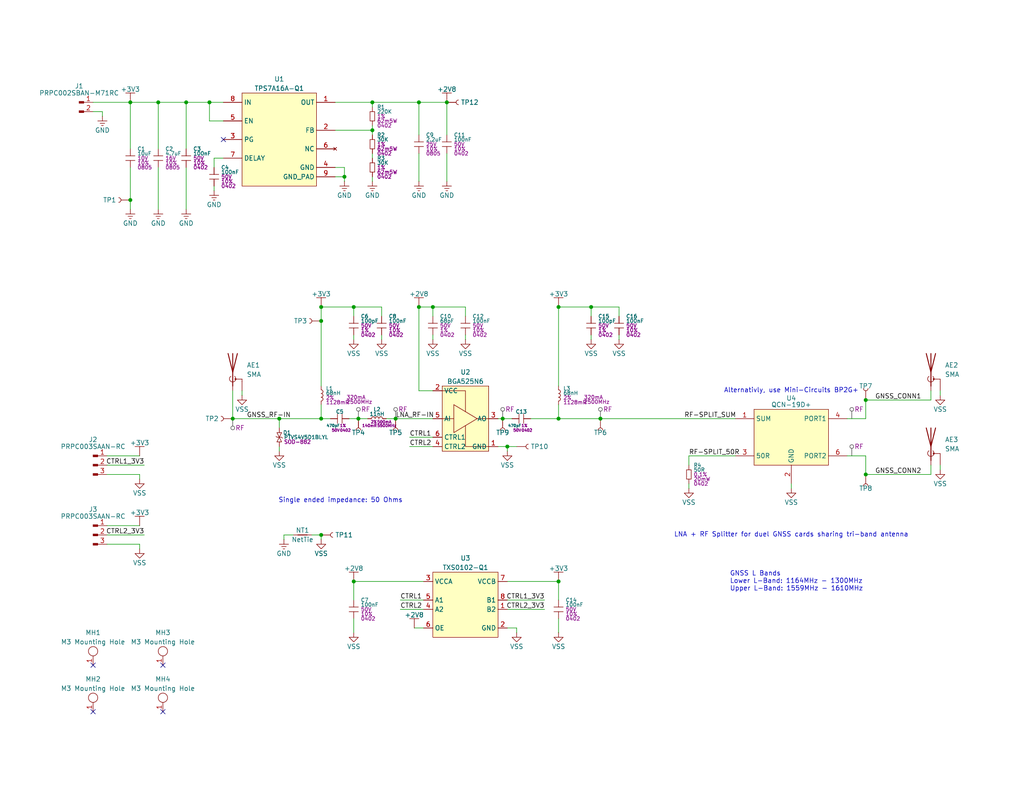
<source format=kicad_sch>
(kicad_sch (version 20250114) (generator "eeschema") (generator_version "9.0")
  (paper "USLetter")
  (title_block (title "GNSS RF LNA & Splitter") (date "2025-04-15") (rev "01") (comment 2 "PROTOTYPE") (comment 3 "2025"))
  (text "Alternativly, use Mini-Circuits BP2G+" (at 215.9 106.68 0) (effects (font (size 1.27 1.27))))
  (text "LNA + RF Splitter for duel GNSS cards sharing tri-band antenna" (at 215.9 146.05 0) (effects (font (size 1.27 1.27))))
  (text "Single ended impedance: 50 Ohms" (at 75.946 137.414 0) (effects (font (size 1.27 1.27)) (justify left bottom)))
  (text "GNSS L Bands\nLower L-Band: 1164MHz - 1300MHz\nUpper L-Band: 1559MHz - 1610MHz\n" (at 199.136 155.956 0) (effects (font (size 1.27 1.27)) (justify left top)))
  (junction (at 87.63 114.3))
  (junction (at 152.4 83.82))
  (junction (at 63.5 114.3))
  (junction (at 114.3 83.82))
  (junction (at 87.63 87.63))
  (junction (at 101.6 27.94))
  (junction (at 114.3 27.94))
  (junction (at 57.15 27.94))
  (junction (at 93.98 48.26))
  (junction (at 43.18 27.94))
  (junction (at 96.52 83.82))
  (junction (at 76.2 114.3))
  (junction (at 35.56 54.61))
  (junction (at 50.8 27.94))
  (junction (at 97.79 114.3))
  (junction (at 35.56 27.94))
  (junction (at 87.63 146.05))
  (junction (at 101.6 35.56))
  (junction (at 152.4 114.3))
  (junction (at 236.22 109.22))
  (junction (at 163.83 114.3))
  (junction (at 161.29 83.82))
  (junction (at 87.63 83.82))
  (junction (at 152.4 158.75))
  (junction (at 138.43 121.92))
  (junction (at 118.11 83.82))
  (junction (at 236.22 129.54))
  (junction (at 96.52 158.75))
  (junction (at 137.16 114.3))
  (junction (at 107.95 114.3))
  (junction (at 121.92 27.94))
  (no_connect (at 25.4 194.31))
  (no_connect (at 44.45 181.61))
  (no_connect (at 60.96 38.1))
  (no_connect (at 44.45 194.31))
  (no_connect (at 25.4 181.61))
  (wire (pts (xy 87.63 87.63) (xy 87.63 105.41)))
  (wire (pts (xy 163.83 114.3) (xy 200.66 114.3)))
  (wire (pts (xy 236.22 129.54) (xy 254 129.54)))
  (wire (pts (xy 29.21 129.54) (xy 38.1 129.54)))
  (wire (pts (xy 76.2 114.3) (xy 76.2 116.84)))
  (wire (pts (xy 187.96 132.08) (xy 187.96 133.35)))
  (wire (pts (xy 101.6 34.29) (xy 101.6 35.56)))
  (wire (pts (xy 187.96 124.46) (xy 200.66 124.46)))
  (wire (pts (xy 93.98 45.72) (xy 93.98 48.26)))
  (wire (pts (xy 96.52 168.91) (xy 96.52 172.72)))
  (wire (pts (xy 76.2 121.92) (xy 76.2 123.19)))
  (wire (pts (xy 138.43 158.75) (xy 152.4 158.75)))
  (wire (pts (xy 152.4 83.82) (xy 152.4 105.41)))
  (wire (pts (xy 168.91 83.82) (xy 168.91 86.36)))
  (wire (pts (xy 101.6 49.53) (xy 101.6 48.26)))
  (wire (pts (xy 50.8 40.64) (xy 50.8 27.94)))
  (wire (pts (xy 66.04 106.68) (xy 66.04 107.95)))
  (wire (pts (xy 254 109.22) (xy 236.22 109.22)))
  (wire (pts (xy 25.4 27.94) (xy 35.56 27.94)))
  (wire (pts (xy 91.44 45.72) (xy 93.98 45.72)))
  (wire (pts (xy 137.16 114.3) (xy 139.7 114.3)))
  (wire (pts (xy 57.15 27.94) (xy 60.96 27.94)))
  (wire (pts (xy 138.43 163.83) (xy 148.59 163.83)))
  (wire (pts (xy 96.52 91.44) (xy 96.52 92.71)))
  (wire (pts (xy 152.4 83.82) (xy 161.29 83.82)))
  (wire (pts (xy 144.78 114.3) (xy 152.4 114.3)))
  (wire (pts (xy 215.9 132.08) (xy 215.9 133.35)))
  (wire (pts (xy 29.21 143.51) (xy 38.1 143.51)))
  (wire (pts (xy 29.21 148.59) (xy 38.1 148.59)))
  (wire (pts (xy 77.47 146.05) (xy 80.01 146.05)))
  (wire (pts (xy 111.76 119.38) (xy 118.11 119.38)))
  (wire (pts (xy 161.29 83.82) (xy 161.29 86.36)))
  (wire (pts (xy 50.8 27.94) (xy 57.15 27.94)))
  (wire (pts (xy 254 127) (xy 254 129.54)))
  (wire (pts (xy 58.42 50.8) (xy 58.42 52.07)))
  (wire (pts (xy 113.03 171.45) (xy 115.57 171.45)))
  (wire (pts (xy 127 91.44) (xy 127 92.71)))
  (wire (pts (xy 114.3 41.91) (xy 114.3 49.53)))
  (wire (pts (xy 63.5 106.68) (xy 63.5 114.3)))
  (wire (pts (xy 114.3 27.94) (xy 121.92 27.94)))
  (wire (pts (xy 50.8 45.72) (xy 50.8 57.15)))
  (wire (pts (xy 29.21 146.05) (xy 39.37 146.05)))
  (wire (pts (xy 168.91 91.44) (xy 168.91 92.71)))
  (wire (pts (xy 77.47 147.32) (xy 77.47 146.05)))
  (wire (pts (xy 87.63 83.82) (xy 87.63 87.63)))
  (wire (pts (xy 111.76 121.92) (xy 118.11 121.92)))
  (wire (pts (xy 107.95 114.3) (xy 118.11 114.3)))
  (wire (pts (xy 76.2 114.3) (xy 87.63 114.3)))
  (wire (pts (xy 161.29 91.44) (xy 161.29 92.71)))
  (wire (pts (xy 50.8 27.94) (xy 43.18 27.94)))
  (wire (pts (xy 27.94 31.75) (xy 27.94 30.48)))
  (wire (pts (xy 231.14 114.3) (xy 236.22 114.3)))
  (wire (pts (xy 127 86.36) (xy 127 83.82)))
  (wire (pts (xy 60.96 33.02) (xy 57.15 33.02)))
  (wire (pts (xy 93.98 49.53) (xy 93.98 48.26)))
  (wire (pts (xy 118.11 83.82) (xy 127 83.82)))
  (wire (pts (xy 254 106.68) (xy 254 109.22)))
  (wire (pts (xy 101.6 36.83) (xy 101.6 35.56)))
  (wire (pts (xy 96.52 158.75) (xy 96.52 163.83)))
  (wire (pts (xy 43.18 27.94) (xy 43.18 40.64)))
  (wire (pts (xy 101.6 41.91) (xy 101.6 43.18)))
  (wire (pts (xy 63.5 114.3) (xy 76.2 114.3)))
  (wire (pts (xy 121.92 27.94) (xy 121.92 36.83)))
  (wire (pts (xy 152.4 168.91) (xy 152.4 172.72)))
  (wire (pts (xy 105.41 114.3) (xy 107.95 114.3)))
  (wire (pts (xy 35.56 45.72) (xy 35.56 54.61)))
  (wire (pts (xy 187.96 124.46) (xy 187.96 127)))
  (wire (pts (xy 57.15 33.02) (xy 57.15 27.94)))
  (wire (pts (xy 152.4 110.49) (xy 152.4 114.3)))
  (wire (pts (xy 95.25 114.3) (xy 97.79 114.3)))
  (wire (pts (xy 25.4 30.48) (xy 27.94 30.48)))
  (wire (pts (xy 256.54 106.68) (xy 256.54 107.95)))
  (wire (pts (xy 101.6 27.94) (xy 91.44 27.94)))
  (wire (pts (xy 121.92 41.91) (xy 121.92 49.53)))
  (wire (pts (xy 87.63 146.05) (xy 87.63 147.32)))
  (wire (pts (xy 135.89 114.3) (xy 137.16 114.3)))
  (wire (pts (xy 118.11 91.44) (xy 118.11 92.71)))
  (wire (pts (xy 85.09 146.05) (xy 87.63 146.05)))
  (wire (pts (xy 140.97 172.72) (xy 140.97 171.45)))
  (wire (pts (xy 96.52 83.82) (xy 96.52 86.36)))
  (wire (pts (xy 91.44 48.26) (xy 93.98 48.26)))
  (wire (pts (xy 91.44 35.56) (xy 101.6 35.56)))
  (wire (pts (xy 35.56 27.94) (xy 35.56 40.64)))
  (wire (pts (xy 114.3 27.94) (xy 114.3 36.83)))
  (wire (pts (xy 96.52 83.82) (xy 104.14 83.82)))
  (wire (pts (xy 114.3 83.82) (xy 114.3 106.68)))
  (wire (pts (xy 87.63 114.3) (xy 90.17 114.3)))
  (wire (pts (xy 138.43 171.45) (xy 140.97 171.45)))
  (wire (pts (xy 35.56 54.61) (xy 35.56 57.15)))
  (wire (pts (xy 38.1 130.81) (xy 38.1 129.54)))
  (wire (pts (xy 256.54 127) (xy 256.54 128.27)))
  (wire (pts (xy 29.21 127) (xy 39.37 127)))
  (wire (pts (xy 87.63 83.82) (xy 96.52 83.82)))
  (wire (pts (xy 140.97 121.92) (xy 138.43 121.92)))
  (wire (pts (xy 152.4 158.75) (xy 152.4 163.83)))
  (wire (pts (xy 101.6 27.94) (xy 114.3 27.94)))
  (wire (pts (xy 236.22 129.54) (xy 236.22 124.46)))
  (wire (pts (xy 118.11 83.82) (xy 118.11 86.36)))
  (wire (pts (xy 152.4 114.3) (xy 163.83 114.3)))
  (wire (pts (xy 38.1 149.86) (xy 38.1 148.59)))
  (wire (pts (xy 97.79 114.3) (xy 100.33 114.3)))
  (wire (pts (xy 109.22 163.83) (xy 115.57 163.83)))
  (wire (pts (xy 87.63 110.49) (xy 87.63 114.3)))
  (wire (pts (xy 236.22 124.46) (xy 231.14 124.46)))
  (wire (pts (xy 35.56 27.94) (xy 43.18 27.94)))
  (wire (pts (xy 109.22 166.37) (xy 115.57 166.37)))
  (wire (pts (xy 29.21 124.46) (xy 38.1 124.46)))
  (wire (pts (xy 104.14 91.44) (xy 104.14 92.71)))
  (wire (pts (xy 104.14 83.82) (xy 104.14 86.36)))
  (wire (pts (xy 138.43 166.37) (xy 148.59 166.37)))
  (wire (pts (xy 161.29 83.82) (xy 168.91 83.82)))
  (wire (pts (xy 58.42 43.18) (xy 60.96 43.18)))
  (wire (pts (xy 236.22 114.3) (xy 236.22 109.22)))
  (wire (pts (xy 43.18 45.72) (xy 43.18 57.15)))
  (wire (pts (xy 138.43 121.92) (xy 135.89 121.92)))
  (wire (pts (xy 114.3 83.82) (xy 118.11 83.82)))
  (wire (pts (xy 138.43 123.19) (xy 138.43 121.92)))
  (wire (pts (xy 114.3 106.68) (xy 118.11 106.68)))
  (wire (pts (xy 101.6 29.21) (xy 101.6 27.94)))
  (wire (pts (xy 96.52 158.75) (xy 115.57 158.75)))
  (wire (pts (xy 58.42 45.72) (xy 58.42 43.18)))
  (label "CTRL2" (at 111.76 121.92 0))
  (label "LNA_RF-IN" (at 107.95 114.3 0))
  (label "CTRL1_3V3" (at 39.37 127 180))
  (label "CTRL1" (at 111.76 119.38 0))
  (label "RF-SPLIT_SUM" (at 186.69 114.3 0))
  (label "GNSS_CONN2" (at 238.76 129.54 0))
  (label "CTRL2_3V3" (at 39.37 146.05 180))
  (label "GNSS_CONN1" (at 238.76 109.22 0))
  (label "GNSS_RF-IN" (at 67.31 114.3 0))
  (label "CTRL2" (at 109.22 166.37 0))
  (label "RF-SPLIT_50R" (at 187.96 124.46 0))
  (label "CTRL2_3V3" (at 148.59 166.37 180))
  (label "CTRL1_3V3" (at 148.59 163.83 180))
  (label "CTRL1" (at 109.22 163.83 0))
  (netclass_flag "" (length 2.54) (shape round) (at 97.79 114.3 0) (property "Netclass" "RF" (at 98.4885 111.76 0) (effects (justify left))))
  (netclass_flag "" (length 2.54) (shape round) (at 137.16 114.3 0) (property "Netclass" "RF" (at 137.8585 111.76 0) (effects (justify left))))
  (netclass_flag "" (length 2.54) (shape round) (at 107.95 114.3 0) (property "Netclass" "RF" (at 108.6485 111.76 0) (effects (justify left))))
  (netclass_flag "" (length 2.54) (shape round) (at 232.41 124.46 0) (property "Netclass" "RF" (at 233.1085 121.92 0) (effects (justify left))))
  (netclass_flag "" (length 2.54) (shape round) (at 163.83 114.3 0) (property "Netclass" "RF" (at 164.5285 111.76 0) (effects (justify left))))
  (netclass_flag "" (length 2.54) (shape round) (at 63.5 114.3 180) (property "Netclass" "RF" (at 64.1985 116.84 0) (effects (justify left))))
  (netclass_flag "" (length 2.54) (shape round) (at 232.41 114.3 0) (property "Netclass" "RF" (at 233.1085 111.76 0) (effects (justify left))))
  (symbol (lib_id "lib_sch:+3V3") (at 38.1 124.46 0) (unit 1)
    (property "Reference" "#PWR02" (effects (hide yes)))
    (property "Value" "+3V3" (at 38.1 120.904 0))
  )
  (symbol (lib_id "lib_sch:Testpoint") (at 33.02 54.61 0) (mirror x) (unit 1) (in_bom no)
    (property "Reference" "TP1" (at 31.75 54.61 0) (effects (justify right)))
    (property "Value" "RCWCTE" (effects (hide yes)))
    (property "Footprint" "lib_fp:TP_RCW" (effects (hide yes)))
    (property "Description" "PC TEST POINT" (effects (hide yes)))
    (property "Manufacturer" "KOA Speer Electronics, Inc." (effects (hide yes)))
    (property "MPN" "RCWCTE" (effects (hide yes)))
    (property "DKPN" "2019-RCWCTECT-ND" (effects (hide yes)))
  )
  (symbol (lib_id "lib_sch:C") (at 161.29 88.9 0) (unit 1)
    (property "Reference" "C15" (at 163.195 86.36 0) (effects (font (size 1.016 1.016)) (justify left)))
    (property "Value" "100pF" (at 163.195 87.63 0) (effects (font (size 1.016 1.016)) (justify left)))
    (property "Footprint" "lib_fp:GCM0402" (effects (hide yes)))
    (property "Datasheet" "datasheets/Murata-Electronics-GCM1555C1H101FA16.pdf" (effects (hide yes)))
    (property "Description" "CAP CER 100PF 50V C0G/NP0 0402" (effects (hide yes)))
    (property "Manufacturer" "Murata Electronics" (effects (hide yes)))
    (property "MPN" "GCM1555C1H101FA16D" (effects (hide yes)))
    (property "DKPN" "490-14349-1-ND" (effects (hide yes)))
    (property "Tolerance" "1%" (at 163.195 90.17 0) (effects (font (size 1.016 1.016)) (justify left)))
    (property "Voltage Rating" "50V" (at 163.195 88.9 0) (effects (font (size 1.016 1.016)) (justify left)))
    (property "Package" "0402" (at 163.195 91.44 0) (effects (font (size 1.016 1.016)) (justify left)))
  )
  (symbol (lib_id "lib_sch:C") (at 114.3 39.37 0) (unit 1)
    (property "Reference" "C9" (at 116.205 36.83 0) (effects (font (size 1.016 1.016)) (justify left)))
    (property "Value" "2.2uF" (at 116.205 38.1 0) (effects (font (size 1.016 1.016)) (justify left)))
    (property "Footprint" "lib_fp:GCM0805" (effects (hide yes)))
    (property "Datasheet" "datasheets/Murata-Electronics-GRT21BR71E225KE13.pdf" (effects (hide yes)))
    (property "Description" "CAP CER 2.2UF 25V X7R 0805" (effects (hide yes)))
    (property "Manufacturer" "Murata Electronics" (effects (hide yes)))
    (property "MPN" "GRT21BR71E225KE13L" (effects (hide yes)))
    (property "DKPN" "490-GRT21BR71E225KE13LCT-ND" (effects (hide yes)))
    (property "Tolerance" "10%" (at 116.205 40.64 0) (effects (font (size 1.016 1.016)) (justify left)))
    (property "Voltage Rating" "25V" (at 116.205 39.37 0) (effects (font (size 1.016 1.016)) (justify left)))
    (property "Package" "0805" (at 116.205 41.91 0) (effects (font (size 1.016 1.016)) (justify left)))
  )
  (symbol (lib_id "lib_sch:VSS") (at 76.2 123.19 0) (unit 1)
    (property "Reference" "#PWR012" (effects (hide yes)))
    (property "Value" "VSS" (at 76.2 127 0))
  )
  (symbol (lib_id "lib_sch:BGA525N6") (at 127 114.3 0) (unit 1)
    (property "Reference" "U2" (at 127 101.6 0))
    (property "Value" "BGA525N6" (at 127 104.14 0))
    (property "Footprint" "lib_fp:XDFN110X70X37-6" (effects (hide yes)))
    (property "Datasheet" "datasheets/Infineon-BGA525N6.pdf" (effects (hide yes)))
    (property "Description" "IC AMP GPS LNA FOR BAND L1/L5" (effects (hide yes)))
    (property "Manufacturer" "Infineon Technologies" (effects (hide yes)))
    (property "MPN" "BGA525N6E6327XTSA1" (effects (hide yes)))
    (property "DKPN" "448-BGA525N6E6327XTSA1CT-ND" (effects (hide yes)))
  )
  (symbol (lib_id "lib_sch:VSS") (at 256.54 128.27 0) (unit 1)
    (property "Reference" "#PWR039" (effects (hide yes)))
    (property "Value" "VSS" (at 256.54 132.08 0))
  )
  (symbol (lib_id "lib_sch:VSS") (at 187.96 133.35 0) (unit 1)
    (property "Reference" "#PWR036" (effects (hide yes)))
    (property "Value" "VSS" (at 187.96 137.16 0))
  )
  (symbol (lib_id "lib_sch:TPS7A16A-Q1") (at 76.2 38.1 0) (unit 1)
    (property "Reference" "U1" (at 76.2 21.59 0))
    (property "Value" "TPS7A16A-Q1" (at 76.2 24.13 0))
    (property "Footprint" "lib_fp:HVSSOP65P490X110-8" (effects (hide yes)))
    (property "Datasheet" "datasheets/Texas-Instruments-TPS7A16A-Q1.pdf" (effects (hide yes)))
    (property "Description" "60-V, 5-μA IQ, 100-mA, low-dropout voltage regulator with enable and power-good" (effects (hide yes)))
    (property "Manufacturer" "Texas Instruments" (effects (hide yes)))
    (property "MPN" "TPS7A1601AQDGNRQ1" (effects (hide yes)))
    (property "DKPN" "296-TPS7A1601AQDGNRQ1CT-ND" (effects (hide yes)))
  )
  (symbol (lib_id "lib_sch:Testpoint") (at 85.09 87.63 0) (unit 1) (in_bom no)
    (property "Reference" "TP3" (at 83.82 87.63 0) (effects (justify right)))
    (property "Footprint" "lib_fp:TP_2mm" (effects (hide yes)))
    (property "Manufacturer" "N/A" (effects (hide yes)))
    (property "MPN" "N/A" (effects (hide yes)))
    (property "DKPN" "N/A" (effects (hide yes)))
  )
  (symbol (lib_id "lib_sch:Conn_01x03_Pin") (at 25.4 146.05 0) (unit 1)
    (property "Reference" "J3" (at 25.4 139.065 0))
    (property "Value" "PRPC003SAAN-RC" (at 25.4 140.97 0))
    (property "Footprint" "DS-Rectangular-Connectors:conn_01x03_254" (effects (hide yes)))
    (property "Datasheet" "datasheets/Sullins-xRxCzzzSxxN-RC.pdf" (effects (hide yes)))
    (property "Description" "CONN HEADER VERT 3POS 2.54MM" (effects (hide yes)))
    (property "Manufacturer" "Sullins Connector Solutions" (effects (hide yes)))
    (property "MPN" "PRPC003SAAN-RC" (effects (hide yes)))
    (property "DKPN" "S1011EC-03-ND" (effects (hide yes)))
  )
  (symbol (lib_id "lib_sch:R") (at 187.96 129.54 0) (unit 1)
    (property "Reference" "R4" (at 189.23 127 0) (effects (font (size 1.016 1.016)) (justify left)))
    (property "Value" "50R" (at 189.23 128.27 0) (effects (font (size 1.016 1.016)) (justify left)))
    (property "Footprint" "lib_fp:CRCW0402" (effects (hide yes)))
    (property "Datasheet" "datasheets/Vishay-Dale-Thin-Film-FC.pdf" (effects (hide yes)))
    (property "Description" "RES SMD 50 OHM 0.1% 1/20W 0402" (effects (hide yes)))
    (property "Manufacturer" "Vishay Dale Thin Film" (effects (hide yes)))
    (property "MPN" "FC0402E50R0BST1" (effects (hide yes)))
    (property "DKPN" "FC0402-50BWCT-ND" (effects (hide yes)))
    (property "Tolerance" "0.1%" (at 189.23 129.54 0) (effects (font (size 1.016 1.016)) (justify left)))
    (property "Power Rating" "20mW" (at 189.23 130.81 0) (effects (font (size 1.016 1.016)) (justify left)))
    (property "Package" "0402" (at 189.23 132.08 0) (effects (font (size 1.016 1.016)) (justify left)))
  )
  (symbol (lib_id "lib_sch:Antenna_Shield") (at 63.5 101.6 0) (unit 1)
    (property "Reference" "AE1" (at 67.31 99.6949 0) (effects (justify left)))
    (property "Value" "SMA" (at 67.31 102.2349 0) (effects (justify left)))
    (property "Footprint" "lib_fp:0732511153" (effects (hide yes)))
    (property "Datasheet" "datasheets/TE-Connectivity-Linx-CONSMA002-G.pdf" (effects (hide yes)))
    (property "Description" "CONN SMA RCPT R/A 50 OHM PCB" (effects (hide yes)))
    (property "Manufacturer" "TE Connectivity Linx" (effects (hide yes)))
    (property "MPN" "CONSMA002-G" (effects (hide yes)))
    (property "DKPN" "CONSMA002-G-ND" (effects (hide yes)))
  )
  (symbol (lib_id "lib_sch:GND") (at 50.8 57.15 0) (unit 1)
    (property "Reference" "#PWR09" (effects (hide yes)))
    (property "Value" "GND" (at 50.8 60.96 0))
  )
  (symbol (lib_id "lib_sch:C") (at 50.8 43.18 0) (unit 1)
    (property "Reference" "C3" (at 52.705 40.64 0) (effects (font (size 1.016 1.016)) (justify left)))
    (property "Value" "100nF" (at 52.705 41.91 0) (effects (font (size 1.016 1.016)) (justify left)))
    (property "Footprint" "lib_fp:GCM0402" (effects (hide yes)))
    (property "Datasheet" "datasheets/Murata-Electronics-GRT155R71H104KE01.pdf" (effects (hide yes)))
    (property "Description" "CAP CER 0.1UF 50V X7R 0402" (effects (hide yes)))
    (property "Manufacturer" "Murata Electronics" (effects (hide yes)))
    (property "MPN" "GRT155R71H104KE01D" (effects (hide yes)))
    (property "DKPN" "490-GRT155R71H104KE01DCT-ND" (effects (hide yes)))
    (property "Tolerance" "10%" (at 52.705 44.45 0) (effects (font (size 1.016 1.016)) (justify left)))
    (property "Voltage Rating" "50V" (at 52.705 43.18 0) (effects (font (size 1.016 1.016)) (justify left)))
    (property "Package" "0402" (at 52.705 45.72 0) (effects (font (size 1.016 1.016)) (justify left)))
  )
  (symbol (lib_id "lib_sch:L") (at 152.4 107.95 0) (unit 1)
    (property "Reference" "L3" (at 153.67 106.045 0) (effects (font (size 1.016 1.016)) (justify left)))
    (property "Value" "68nH" (at 153.67 107.315 0) (effects (font (size 1.016 1.016)) (justify left)))
    (property "Footprint" "lib_fp:L_0402" (effects (hide yes)))
    (property "Datasheet" "datasheets/Murata-Electronics-JELF243A-9138.pdf" (effects (hide yes)))
    (property "Description" "FIXED IND 68NH 320MA 1.128OHM SM" (effects (hide yes)))
    (property "Manufacturer" "Murata Electronics" (effects (hide yes)))
    (property "MPN" "LQW15AN68NG8ZD" (effects (hide yes)))
    (property "DKPN" "490-15537-1-ND" (effects (hide yes)))
    (property "Tolerance" "2%" (at 153.67 108.585 0) (effects (font (size 1.016 1.016)) (justify left)))
    (property "Current Rating" "320mA" (at 159.258 108.458 0) (effects (font (size 1.016 1.016)) (justify left)))
    (property "DC Resistance" "1128mR" (at 153.67 109.855 0) (effects (font (size 1.016 1.016)) (justify left)))
    (property "Resonant Frequency" "2500MHz" (at 159.258 109.728 0) (effects (font (size 1.016 1.016)) (justify left)))
  )
  (symbol (lib_id "lib_sch:Testpoint") (at 107.95 116.84 90) (unit 1) (in_bom no)
    (property "Reference" "TP5" (at 107.95 118.11 90))
    (property "Footprint" "lib_fp:TP_2mm" (effects (hide yes)))
    (property "Manufacturer" "N/A" (effects (hide yes)))
    (property "MPN" "N/A" (effects (hide yes)))
    (property "DKPN" "N/A" (effects (hide yes)))
  )
  (symbol (lib_id "lib_sch:+3V3") (at 87.63 83.82 0) (unit 1)
    (property "Reference" "#PWR014" (effects (hide yes)))
    (property "Value" "+3V3" (at 87.63 80.264 0))
  )
  (symbol (lib_id "lib_sch:GND") (at 35.56 57.15 0) (unit 1)
    (property "Reference" "#PWR07" (effects (hide yes)))
    (property "Value" "GND" (at 35.56 60.96 0))
  )
  (symbol (lib_id "lib_sch:GND") (at 93.98 49.53 0) (unit 1)
    (property "Reference" "#PWR016" (effects (hide yes)))
    (property "Value" "GND" (at 93.98 53.34 0))
  )
  (symbol (lib_id "lib_sch:+3V3") (at 152.4 83.82 0) (unit 1)
    (property "Reference" "#PWR031" (effects (hide yes)))
    (property "Value" "+3V3" (at 152.4 80.264 0))
  )
  (symbol (lib_id "lib_sch:C") (at 58.42 48.26 0) (unit 1)
    (property "Reference" "C4" (at 60.325 45.72 0) (effects (font (size 1.016 1.016)) (justify left)))
    (property "Value" "100nF" (at 60.325 46.99 0) (effects (font (size 1.016 1.016)) (justify left)))
    (property "Footprint" "lib_fp:GCM0402" (effects (hide yes)))
    (property "Datasheet" "datasheets/Murata-Electronics-GRT155R71H104KE01.pdf" (effects (hide yes)))
    (property "Description" "CAP CER 0.1UF 50V X7R 0402" (effects (hide yes)))
    (property "Manufacturer" "Murata Electronics" (effects (hide yes)))
    (property "MPN" "GRT155R71H104KE01D" (effects (hide yes)))
    (property "DKPN" "490-GRT155R71H104KE01DCT-ND" (effects (hide yes)))
    (property "Tolerance" "10%" (at 60.325 49.53 0) (effects (font (size 1.016 1.016)) (justify left)))
    (property "Voltage Rating" "50V" (at 60.325 48.26 0) (effects (font (size 1.016 1.016)) (justify left)))
    (property "Package" "0402" (at 60.325 50.8 0) (effects (font (size 1.016 1.016)) (justify left)))
  )
  (symbol (lib_id "lib_sch:C") (at 43.18 43.18 0) (unit 1)
    (property "Reference" "C2" (at 45.085 40.64 0) (effects (font (size 1.016 1.016)) (justify left)))
    (property "Value" "4.7uF" (at 45.085 41.91 0) (effects (font (size 1.016 1.016)) (justify left)))
    (property "Footprint" "lib_fp:GCM0805" (effects (hide yes)))
    (property "Datasheet" "datasheets/Murata-Electronics-GRT21BR71C475KE13.pdf" (effects (hide yes)))
    (property "Description" "CAP CER 4.7UF 16V X7R 0805" (effects (hide yes)))
    (property "Manufacturer" "Murata Electronics" (effects (hide yes)))
    (property "MPN" "GRT21BR71C475KE13L" (effects (hide yes)))
    (property "DKPN" "490-GRT21BR71C475KE13LCT-ND" (effects (hide yes)))
    (property "Tolerance" "10%" (at 45.085 44.45 0) (effects (font (size 1.016 1.016)) (justify left)))
    (property "Voltage Rating" "16V" (at 45.085 43.18 0) (effects (font (size 1.016 1.016)) (justify left)))
    (property "Package" "0805" (at 45.085 45.72 0) (effects (font (size 1.016 1.016)) (justify left)))
  )
  (symbol (lib_id "lib_sch:C") (at 127 88.9 0) (unit 1)
    (property "Reference" "C12" (at 128.905 86.36 0) (effects (font (size 1.016 1.016)) (justify left)))
    (property "Value" "100nF" (at 128.905 87.63 0) (effects (font (size 1.016 1.016)) (justify left)))
    (property "Footprint" "lib_fp:GCM0402" (effects (hide yes)))
    (property "Datasheet" "datasheets/Murata-Electronics-GRT155R71H104KE01.pdf" (effects (hide yes)))
    (property "Description" "CAP CER 0.1UF 50V X7R 0402" (effects (hide yes)))
    (property "Manufacturer" "Murata Electronics" (effects (hide yes)))
    (property "MPN" "GRT155R71H104KE01D" (effects (hide yes)))
    (property "DKPN" "490-GRT155R71H104KE01DCT-ND" (effects (hide yes)))
    (property "Tolerance" "10%" (at 128.905 90.17 0) (effects (font (size 1.016 1.016)) (justify left)))
    (property "Voltage Rating" "50V" (at 128.905 88.9 0) (effects (font (size 1.016 1.016)) (justify left)))
    (property "Package" "0402" (at 128.905 91.44 0) (effects (font (size 1.016 1.016)) (justify left)))
  )
  (symbol (lib_id "lib_sch:VSS") (at 140.97 172.72 0) (unit 1)
    (property "Reference" "#PWR030" (effects (hide yes)))
    (property "Value" "VSS" (at 140.97 176.53 0))
  )
  (symbol (lib_id "lib_sch:+3V3") (at 35.56 27.94 0) (unit 1)
    (property "Reference" "#PWR06" (effects (hide yes)))
    (property "Value" "+3V3" (at 35.56 24.384 0))
  )
  (symbol (lib_id "lib_sch:VSS") (at 138.43 123.19 0) (unit 1)
    (property "Reference" "#PWR029" (effects (hide yes)))
    (property "Value" "VSS" (at 138.43 127 0))
  )
  (symbol (lib_id "lib_sch:VSS") (at 96.52 92.71 0) (unit 1)
    (property "Reference" "#PWR017" (effects (hide yes)))
    (property "Value" "VSS" (at 96.52 96.52 0))
  )
  (symbol (lib_id "lib_sch:Testpoint") (at 124.46 27.94 0) (mirror y) (unit 1) (in_bom no)
    (property "Reference" "TP12" (at 125.73 27.94 0) (effects (justify right)))
    (property "Footprint" "lib_fp:TP_2mm" (effects (hide yes)))
    (property "Manufacturer" "N/A" (effects (hide yes)))
    (property "MPN" "N/A" (effects (hide yes)))
    (property "DKPN" "N/A" (effects (hide yes)))
  )
  (symbol (lib_id "lib_sch:Conn_01x02_Pin") (at 21.59 29.21 0) (unit 1)
    (property "Reference" "J1" (at 21.59 23.495 0))
    (property "Value" "PRPC002SBAN-M71RC" (at 21.59 25.4 0))
    (property "Footprint" "DS-Rectangular-Connectors:conn_01x02_254_right_angle" (effects (hide yes)))
    (property "Datasheet" "datasheets/Sullins-xRxCzzzSxxN-M71RC.pdf" (effects (hide yes)))
    (property "Description" "CONN HEADER R/A 2POS 2.54MM" (effects (hide yes)))
    (property "Manufacturer" "Sullins Connector Solutions" (effects (hide yes)))
    (property "MPN" "PRPC002SBAN-M71RC" (effects (hide yes)))
    (property "DKPN" "S1111EC-02-ND" (effects (hide yes)))
  )
  (symbol (lib_id "lib_sch:VSS") (at 66.04 107.95 0) (unit 1)
    (property "Reference" "#PWR011" (effects (hide yes)))
    (property "Value" "VSS" (at 66.04 111.76 0))
  )
  (symbol (lib_id "lib_sch:+3V3") (at 38.1 143.51 0) (unit 1)
    (property "Reference" "#PWR04" (effects (hide yes)))
    (property "Value" "+3V3" (at 38.1 139.954 0))
  )
  (symbol (lib_id "lib_sch:VSS") (at 96.52 172.72 0) (unit 1)
    (property "Reference" "#PWR019" (effects (hide yes)))
    (property "Value" "VSS" (at 96.52 176.53 0))
  )
  (symbol (lib_id "lib_sch:NetTie") (at 82.55 146.05 0) (unit 1) (in_bom no)
    (property "Reference" "NT1" (at 82.55 144.78 0))
    (property "Value" "NetTie" (at 82.55 147.32 0))
    (property "Footprint" "lib_fp:NetTie-2_SMD_Pad1.0mm" (effects (hide yes)))
    (property "Description" "Net tie, 2 pins" (effects (hide yes)))
  )
  (symbol (lib_id "lib_sch:VSS") (at 215.9 133.35 0) (unit 1)
    (property "Reference" "#PWR037" (effects (hide yes)))
    (property "Value" "VSS" (at 215.9 137.16 0))
  )
  (symbol (lib_id "lib_sch:+3V3") (at 152.4 158.75 0) (unit 1)
    (property "Reference" "#PWR032" (effects (hide yes)))
    (property "Value" "+3V3" (at 152.4 155.194 0))
  )
  (symbol (lib_id "lib_sch:C_horizontal") (at 142.24 114.3 0) (unit 1)
    (property "Reference" "C13" (at 142.24 112.395 0) (effects (font (size 1.016 1.016))))
    (property "Value" "470pF" (at 142.24 116.205 0) (effects (font (size 0.762 0.762)) (justify right)))
    (property "Footprint" "lib_fp:GCM0402" (effects (hide yes)))
    (property "Datasheet" "datasheets/Murata-Electronics-GCM1555C1HR50BA16.pdf" (effects (hide yes)))
    (property "Description" "CAP CER 470PF 50V C0G/NP0 0402" (effects (hide yes)))
    (property "Manufacturer" "Murata Electronics" (effects (hide yes)))
    (property "MPN" "GCM1555C1H471FA16D" (effects (hide yes)))
    (property "DKPN" "490-GCM1555C1H471FA16DCT-ND" (effects (hide yes)))
    (property "Tolerance" "1%" (at 142.24 116.205 0) (effects (font (size 0.762 0.762)) (justify left)))
    (property "Voltage Rating" "50V" (at 142.24 117.475 0) (effects (font (size 0.762 0.762)) (justify right)))
    (property "Package" "0402" (at 142.24 117.475 0) (effects (font (size 0.762 0.762)) (justify left)))
  )
  (symbol (lib_id "lib_sch:VSS") (at 127 92.71 0) (unit 1)
    (property "Reference" "#PWR028" (effects (hide yes)))
    (property "Value" "VSS" (at 127 96.52 0))
  )
  (symbol (lib_id "lib_sch:GND") (at 121.92 49.53 0) (unit 1)
    (property "Reference" "#PWR027" (effects (hide yes)))
    (property "Value" "GND" (at 121.92 53.34 0))
  )
  (symbol (lib_id "lib_sch:Testpoint") (at 90.17 146.05 180) (unit 1) (in_bom no)
    (property "Reference" "TP11" (at 91.44 146.05 0) (effects (justify right)))
    (property "Value" "RCWCTE" (effects (hide yes)))
    (property "Footprint" "lib_fp:TP_RCW" (effects (hide yes)))
    (property "Description" "PC TEST POINT" (effects (hide yes)))
    (property "Manufacturer" "KOA Speer Electronics, Inc." (effects (hide yes)))
    (property "MPN" "RCWCTE" (effects (hide yes)))
    (property "DKPN" "2019-RCWCTECT-ND" (effects (hide yes)))
  )
  (symbol (lib_id "lib_sch:VSS") (at 38.1 149.86 0) (unit 1)
    (property "Reference" "#PWR05" (effects (hide yes)))
    (property "Value" "VSS" (at 38.1 153.67 0))
  )
  (symbol (lib_id "lib_sch:C") (at 118.11 88.9 0) (unit 1)
    (property "Reference" "C10" (at 120.015 86.36 0) (effects (font (size 1.016 1.016)) (justify left)))
    (property "Value" "68pF" (at 120.015 87.63 0) (effects (font (size 1.016 1.016)) (justify left)))
    (property "Footprint" "lib_fp:GCM0402" (effects (hide yes)))
    (property "Datasheet" "datasheets/Murata-Electronics-GCM1555C1H101FA16.pdf" (effects (hide yes)))
    (property "Description" "CAP CER 100PF 50V C0G/NP0 0402" (effects (hide yes)))
    (property "Manufacturer" "Murata Electronics" (effects (hide yes)))
    (property "MPN" "GCM1555C1H101FA16D" (effects (hide yes)))
    (property "DKPN" "490-14349-1-ND" (effects (hide yes)))
    (property "Tolerance" "1%" (at 120.015 90.17 0) (effects (font (size 1.016 1.016)) (justify left)))
    (property "Voltage Rating" "50V" (at 120.015 88.9 0) (effects (font (size 1.016 1.016)) (justify left)))
    (property "Package" "0402" (at 120.015 91.44 0) (effects (font (size 1.016 1.016)) (justify left)))
  )
  (symbol (lib_id "lib_sch:VSS") (at 168.91 92.71 0) (unit 1)
    (property "Reference" "#PWR035" (effects (hide yes)))
    (property "Value" "VSS" (at 168.91 96.52 0))
  )
  (symbol (lib_id "lib_sch:Mounting-Hole") (at 44.45 177.8 0) (unit 1) (in_bom no)
    (property "Reference" "MH3" (at 44.45 172.72 0))
    (property "Value" "M3 Mounting Hole" (at 44.45 175.26 0))
    (property "Footprint" "lib_fp:M3_NPTH" (effects (hide yes)))
    (property "Description" "M3 mounting hole" (effects (hide yes)))
  )
  (symbol (lib_id "lib_sch:VSS") (at 256.54 107.95 0) (unit 1)
    (property "Reference" "#PWR038" (effects (hide yes)))
    (property "Value" "VSS" (at 256.54 111.76 0))
  )
  (symbol (lib_id "lib_sch:+2V8") (at 113.03 171.45 0) (unit 1)
    (property "Reference" "#PWR022" (effects (hide yes)))
    (property "Value" "+2V8" (at 113.03 167.894 0))
  )
  (symbol (lib_id "lib_sch:Mounting-Hole") (at 25.4 190.5 0) (unit 1) (in_bom no)
    (property "Reference" "MH2" (at 25.4 185.42 0))
    (property "Value" "M3 Mounting Hole" (at 25.4 187.96 0))
    (property "Footprint" "lib_fp:M3_NPTH" (effects (hide yes)))
    (property "Description" "M3 mounting hole" (effects (hide yes)))
  )
  (symbol (lib_id "lib_sch:Conn_01x03_Pin") (at 25.4 127 0) (unit 1)
    (property "Reference" "J2" (at 25.4 120.015 0))
    (property "Value" "PRPC003SAAN-RC" (at 25.4 121.92 0))
    (property "Footprint" "DS-Rectangular-Connectors:conn_01x03_254" (effects (hide yes)))
    (property "Datasheet" "datasheets/Sullins-xRxCzzzSxxN-RC.pdf" (effects (hide yes)))
    (property "Description" "CONN HEADER VERT 3POS 2.54MM" (effects (hide yes)))
    (property "Manufacturer" "Sullins Connector Solutions" (effects (hide yes)))
    (property "MPN" "PRPC003SAAN-RC" (effects (hide yes)))
    (property "DKPN" "S1011EC-03-ND" (effects (hide yes)))
  )
  (symbol (lib_id "lib_sch:VSS") (at 104.14 92.71 0) (unit 1)
    (property "Reference" "#PWR021" (effects (hide yes)))
    (property "Value" "VSS" (at 104.14 96.52 0))
  )
  (symbol (lib_id "lib_sch:C") (at 104.14 88.9 0) (unit 1)
    (property "Reference" "C8" (at 106.045 86.36 0) (effects (font (size 1.016 1.016)) (justify left)))
    (property "Value" "100nF" (at 106.045 87.63 0) (effects (font (size 1.016 1.016)) (justify left)))
    (property "Footprint" "lib_fp:GCM0402" (effects (hide yes)))
    (property "Datasheet" "datasheets/Murata-Electronics-GRT155R71H104KE01.pdf" (effects (hide yes)))
    (property "Description" "CAP CER 0.1UF 50V X7R 0402" (effects (hide yes)))
    (property "Manufacturer" "Murata Electronics" (effects (hide yes)))
    (property "MPN" "GRT155R71H104KE01D" (effects (hide yes)))
    (property "DKPN" "490-GRT155R71H104KE01DCT-ND" (effects (hide yes)))
    (property "Tolerance" "10%" (at 106.045 90.17 0) (effects (font (size 1.016 1.016)) (justify left)))
    (property "Voltage Rating" "50V" (at 106.045 88.9 0) (effects (font (size 1.016 1.016)) (justify left)))
    (property "Package" "0402" (at 106.045 91.44 0) (effects (font (size 1.016 1.016)) (justify left)))
  )
  (symbol (lib_id "lib_sch:Testpoint") (at 137.16 116.84 90) (unit 1) (in_bom no)
    (property "Reference" "TP9" (at 137.16 118.11 90))
    (property "Footprint" "lib_fp:TP_2mm" (effects (hide yes)))
    (property "Manufacturer" "N/A" (effects (hide yes)))
    (property "MPN" "N/A" (effects (hide yes)))
    (property "DKPN" "N/A" (effects (hide yes)))
  )
  (symbol (lib_id "lib_sch:R") (at 101.6 39.37 0) (unit 1)
    (property "Reference" "R2" (at 102.87 36.83 0) (effects (font (size 1.016 1.016)) (justify left)))
    (property "Value" "30K" (at 102.87 38.1 0) (effects (font (size 1.016 1.016)) (justify left)))
    (property "Footprint" "lib_fp:CRCW0402" (effects (hide yes)))
    (property "Datasheet" "datasheets/Vishay-Dale-DCRCWe3.pdf" (effects (hide yes)))
    (property "Description" "RES SMD 30K OHM 1% 1/16W 0402" (effects (hide yes)))
    (property "Manufacturer" "Vishay Dale" (effects (hide yes)))
    (property "MPN" "CRCW040230K0FKED" (effects (hide yes)))
    (property "DKPN" "541-30.0KLCT-ND" (effects (hide yes)))
    (property "Tolerance" "1%" (at 102.87 39.37 0) (effects (font (size 1.016 1.016)) (justify left)))
    (property "Power Rating" "62m5W" (at 102.87 40.64 0) (effects (font (size 1.016 1.016)) (justify left)))
    (property "Package" "0402" (at 102.87 41.91 0) (effects (font (size 1.016 1.016)) (justify left)))
  )
  (symbol (lib_id "lib_sch:+2V8") (at 114.3 83.82 0) (unit 1)
    (property "Reference" "#PWR024" (effects (hide yes)))
    (property "Value" "+2V8" (at 114.3 80.264 0))
  )
  (symbol (lib_id "lib_sch:C") (at 152.4 166.37 0) (unit 1)
    (property "Reference" "C14" (at 154.305 163.83 0) (effects (font (size 1.016 1.016)) (justify left)))
    (property "Value" "100nF" (at 154.305 165.1 0) (effects (font (size 1.016 1.016)) (justify left)))
    (property "Footprint" "lib_fp:GCM0402" (effects (hide yes)))
    (property "Datasheet" "datasheets/Murata-Electronics-GRT155R71H104KE01.pdf" (effects (hide yes)))
    (property "Description" "CAP CER 0.1UF 50V X7R 0402" (effects (hide yes)))
    (property "Manufacturer" "Murata Electronics" (effects (hide yes)))
    (property "MPN" "GRT155R71H104KE01D" (effects (hide yes)))
    (property "DKPN" "490-GRT155R71H104KE01DCT-ND" (effects (hide yes)))
    (property "Tolerance" "10%" (at 154.305 167.64 0) (effects (font (size 1.016 1.016)) (justify left)))
    (property "Voltage Rating" "50V" (at 154.305 166.37 0) (effects (font (size 1.016 1.016)) (justify left)))
    (property "Package" "0402" (at 154.305 168.91 0) (effects (font (size 1.016 1.016)) (justify left)))
  )
  (symbol (lib_name "Antenna_Shield_1") (lib_id "lib_sch:Antenna_Shield") (at 254 101.6 0) (unit 1)
    (property "Reference" "AE2" (at 257.81 99.6949 0) (effects (justify left)))
    (property "Value" "SMA" (at 257.81 102.2349 0) (effects (justify left)))
    (property "Footprint" "lib_fp:0732511153" (effects (hide yes)))
    (property "Datasheet" "datasheets/TE-Connectivity-Linx-CONSMA002-G.pdf" (effects (hide yes)))
    (property "Description" "CONN SMA RCPT R/A 50 OHM PCB" (effects (hide yes)))
    (property "Manufacturer" "TE Connectivity Linx" (effects (hide yes)))
    (property "MPN" "CONSMA002-G" (effects (hide yes)))
    (property "DKPN" "CONSMA002-G-ND" (effects (hide yes)))
  )
  (symbol (lib_id "lib_sch:Testpoint") (at 163.83 116.84 90) (unit 1) (in_bom no)
    (property "Reference" "TP6" (at 163.83 118.11 90))
    (property "Footprint" "lib_fp:TP_2mm" (effects (hide yes)))
    (property "Manufacturer" "N/A" (effects (hide yes)))
    (property "MPN" "N/A" (effects (hide yes)))
    (property "DKPN" "N/A" (effects (hide yes)))
  )
  (symbol (lib_id "lib_sch:VSS") (at 118.11 92.71 0) (unit 1)
    (property "Reference" "#PWR025" (effects (hide yes)))
    (property "Value" "VSS" (at 118.11 96.52 0))
  )
  (symbol (lib_id "lib_sch:R") (at 101.6 45.72 0) (unit 1)
    (property "Reference" "R3" (at 102.87 43.18 0) (effects (font (size 1.016 1.016)) (justify left)))
    (property "Value" "30K" (at 102.87 44.45 0) (effects (font (size 1.016 1.016)) (justify left)))
    (property "Footprint" "lib_fp:CRCW0402" (effects (hide yes)))
    (property "Datasheet" "datasheets/Vishay-Dale-DCRCWe3.pdf" (effects (hide yes)))
    (property "Description" "RES SMD 30K OHM 1% 1/16W 0402" (effects (hide yes)))
    (property "Manufacturer" "Vishay Dale" (effects (hide yes)))
    (property "MPN" "CRCW040230K0FKED" (effects (hide yes)))
    (property "DKPN" "541-30.0KLCT-ND" (effects (hide yes)))
    (property "Tolerance" "1%" (at 102.87 45.72 0) (effects (font (size 1.016 1.016)) (justify left)))
    (property "Power Rating" "62m5W" (at 102.87 46.99 0) (effects (font (size 1.016 1.016)) (justify left)))
    (property "Package" "0402" (at 102.87 48.26 0) (effects (font (size 1.016 1.016)) (justify left)))
  )
  (symbol (lib_id "lib_sch:C_horizontal") (at 92.71 114.3 0) (unit 1)
    (property "Reference" "C5" (at 92.71 112.395 0) (effects (font (size 1.016 1.016))))
    (property "Value" "470pF" (at 92.71 116.205 0) (effects (font (size 0.762 0.762)) (justify right)))
    (property "Footprint" "lib_fp:GCM0402" (effects (hide yes)))
    (property "Datasheet" "datasheets/Murata-Electronics-GCM1555C1HR50BA16.pdf" (effects (hide yes)))
    (property "Description" "CAP CER 470PF 50V C0G/NP0 0402" (effects (hide yes)))
    (property "Manufacturer" "Murata Electronics" (effects (hide yes)))
    (property "MPN" "GCM1555C1H471FA16D" (effects (hide yes)))
    (property "DKPN" "490-GCM1555C1H471FA16DCT-ND" (effects (hide yes)))
    (property "Tolerance" "1%" (at 92.71 116.205 0) (effects (font (size 0.762 0.762)) (justify left)))
    (property "Voltage Rating" "50V" (at 92.71 117.475 0) (effects (font (size 0.762 0.762)) (justify right)))
    (property "Package" "0402" (at 92.71 117.475 0) (effects (font (size 0.762 0.762)) (justify left)))
  )
  (symbol (lib_id "lib_sch:VSS") (at 161.29 92.71 0) (unit 1)
    (property "Reference" "#PWR034" (effects (hide yes)))
    (property "Value" "VSS" (at 161.29 96.52 0))
  )
  (symbol (lib_id "lib_sch:Testpoint") (at 60.96 114.3 0) (unit 1) (in_bom no)
    (property "Reference" "TP2" (at 59.69 114.3 0) (effects (justify right)))
    (property "Footprint" "lib_fp:TP_2mm" (effects (hide yes)))
    (property "Manufacturer" "N/A" (effects (hide yes)))
    (property "MPN" "N/A" (effects (hide yes)))
    (property "DKPN" "N/A" (effects (hide yes)))
  )
  (symbol (lib_name "Antenna_Shield_2") (lib_id "lib_sch:Antenna_Shield") (at 254 121.92 0) (unit 1)
    (property "Reference" "AE3" (at 257.81 120.0149 0) (effects (justify left)))
    (property "Value" "SMA" (at 257.81 122.5549 0) (effects (justify left)))
    (property "Footprint" "lib_fp:0732511153" (effects (hide yes)))
    (property "Datasheet" "datasheets/TE-Connectivity-Linx-CONSMA002-G.pdf" (effects (hide yes)))
    (property "Description" "CONN SMA RCPT R/A 50 OHM PCB" (effects (hide yes)))
    (property "Manufacturer" "TE Connectivity Linx" (effects (hide yes)))
    (property "MPN" "CONSMA002-G" (effects (hide yes)))
    (property "DKPN" "CONSMA002-G-ND" (effects (hide yes)))
  )
  (symbol (lib_id "lib_sch:+2V8") (at 121.92 27.94 0) (unit 1)
    (property "Reference" "#PWR026" (effects (hide yes)))
    (property "Value" "+2V8" (at 121.92 24.384 0))
  )
  (symbol (lib_id "lib_sch:GND") (at 101.6 49.53 0) (unit 1)
    (property "Reference" "#PWR020" (effects (hide yes)))
    (property "Value" "GND" (at 101.6 53.34 0))
  )
  (symbol (lib_id "lib_sch:TXS0102") (at 127 165.1 0) (unit 1)
    (property "Reference" "U3" (at 127 152.4 0))
    (property "Value" "TXS0102-Q1" (at 127 154.94 0))
    (property "Footprint" "lib_fp:VSSOP50P310X90-8" (effects (hide yes)))
    (property "Datasheet" "datasheets/Texas-Instruments-TXS0102-Q1.pdf" (effects (hide yes)))
    (property "Description" "2-Bit Bidirectional Voltage-Level Translator for Open-Drain and Push-Pull Applications" (effects (hide yes)))
    (property "Manufacturer" "Texas Instruments" (effects (hide yes)))
    (property "MPN" "TXS0102QDCURQ1" (effects (hide yes)))
    (property "DKPN" "296-37938-1-ND" (effects (hide yes)))
  )
  (symbol (lib_id "lib_sch:C") (at 96.52 166.37 0) (unit 1)
    (property "Reference" "C7" (at 98.425 163.83 0) (effects (font (size 1.016 1.016)) (justify left)))
    (property "Value" "100nF" (at 98.425 165.1 0) (effects (font (size 1.016 1.016)) (justify left)))
    (property "Footprint" "lib_fp:GCM0402" (effects (hide yes)))
    (property "Datasheet" "datasheets/Murata-Electronics-GRT155R71H104KE01.pdf" (effects (hide yes)))
    (property "Description" "CAP CER 0.1UF 50V X7R 0402" (effects (hide yes)))
    (property "Manufacturer" "Murata Electronics" (effects (hide yes)))
    (property "MPN" "GRT155R71H104KE01D" (effects (hide yes)))
    (property "DKPN" "490-GRT155R71H104KE01DCT-ND" (effects (hide yes)))
    (property "Tolerance" "10%" (at 98.425 167.64 0) (effects (font (size 1.016 1.016)) (justify left)))
    (property "Voltage Rating" "50V" (at 98.425 166.37 0) (effects (font (size 1.016 1.016)) (justify left)))
    (property "Package" "0402" (at 98.425 168.91 0) (effects (font (size 1.016 1.016)) (justify left)))
  )
  (symbol (lib_id "lib_sch:VSS") (at 152.4 172.72 0) (unit 1)
    (property "Reference" "#PWR033" (effects (hide yes)))
    (property "Value" "VSS" (at 152.4 176.53 0))
  )
  (symbol (lib_id "lib_sch:Mounting-Hole") (at 44.45 190.5 0) (unit 1) (in_bom no)
    (property "Reference" "MH4" (at 44.45 185.42 0))
    (property "Value" "M3 Mounting Hole" (at 44.45 187.96 0))
    (property "Footprint" "lib_fp:M3_NPTH" (effects (hide yes)))
    (property "Description" "M3 mounting hole" (effects (hide yes)))
  )
  (symbol (lib_id "lib_sch:C") (at 168.91 88.9 0) (unit 1)
    (property "Reference" "C16" (at 170.815 86.36 0) (effects (font (size 1.016 1.016)) (justify left)))
    (property "Value" "100nF" (at 170.815 87.63 0) (effects (font (size 1.016 1.016)) (justify left)))
    (property "Footprint" "lib_fp:GCM0402" (effects (hide yes)))
    (property "Datasheet" "datasheets/Murata-Electronics-GRT155R71H104KE01.pdf" (effects (hide yes)))
    (property "Description" "CAP CER 0.1UF 50V X7R 0402" (effects (hide yes)))
    (property "Manufacturer" "Murata Electronics" (effects (hide yes)))
    (property "MPN" "GRT155R71H104KE01D" (effects (hide yes)))
    (property "DKPN" "490-GRT155R71H104KE01DCT-ND" (effects (hide yes)))
    (property "Tolerance" "10%" (at 170.815 90.17 0) (effects (font (size 1.016 1.016)) (justify left)))
    (property "Voltage Rating" "50V" (at 170.815 88.9 0) (effects (font (size 1.016 1.016)) (justify left)))
    (property "Package" "0402" (at 170.815 91.44 0) (effects (font (size 1.016 1.016)) (justify left)))
  )
  (symbol (lib_id "lib_sch:R") (at 101.6 31.75 0) (unit 1)
    (property "Reference" "R1" (at 102.87 29.21 0) (effects (font (size 1.016 1.016)) (justify left)))
    (property "Value" "220K" (at 102.87 30.48 0) (effects (font (size 1.016 1.016)) (justify left)))
    (property "Footprint" "lib_fp:CRCW0402" (effects (hide yes)))
    (property "Datasheet" "datasheets/Vishay-Dale-DCRCWe3.pdf" (effects (hide yes)))
    (property "Description" "RES SMD 220K OHM 1% 1/16W 0402" (effects (hide yes)))
    (property "Manufacturer" "Vishay Dale" (effects (hide yes)))
    (property "MPN" "CRCW0402220KFKED" (effects (hide yes)))
    (property "DKPN" "541-220KLCT-ND" (effects (hide yes)))
    (property "Tolerance" "1%" (at 102.87 31.75 0) (effects (font (size 1.016 1.016)) (justify left)))
    (property "Power Rating" "62m5W" (at 102.87 33.02 0) (effects (font (size 1.016 1.016)) (justify left)))
    (property "Package" "0402" (at 102.87 34.29 0) (effects (font (size 1.016 1.016)) (justify left)))
  )
  (symbol (lib_id "lib_sch:VSS") (at 87.63 147.32 0) (unit 1)
    (property "Reference" "#PWR015" (effects (hide yes)))
    (property "Value" "VSS" (at 87.63 151.13 0))
  )
  (symbol (lib_id "lib_sch:GND") (at 27.94 31.75 0) (unit 1)
    (property "Reference" "#PWR01" (effects (hide yes)))
    (property "Value" "GND" (at 27.94 35.56 0))
  )
  (symbol (lib_id "lib_sch:L") (at 87.63 107.95 0) (unit 1)
    (property "Reference" "L1" (at 88.9 106.045 0) (effects (font (size 1.016 1.016)) (justify left)))
    (property "Value" "68nH" (at 88.9 107.315 0) (effects (font (size 1.016 1.016)) (justify left)))
    (property "Footprint" "lib_fp:L_0402" (effects (hide yes)))
    (property "Datasheet" "datasheets/Murata-Electronics-JELF243A-9138.pdf" (effects (hide yes)))
    (property "Description" "FIXED IND 68NH 320MA 1.128OHM SM" (effects (hide yes)))
    (property "Manufacturer" "Murata Electronics" (effects (hide yes)))
    (property "MPN" "LQW15AN68NG8ZD" (effects (hide yes)))
    (property "DKPN" "490-15537-1-ND" (effects (hide yes)))
    (property "Tolerance" "2%" (at 88.9 108.585 0) (effects (font (size 1.016 1.016)) (justify left)))
    (property "Current Rating" "320mA" (at 94.488 108.458 0) (effects (font (size 1.016 1.016)) (justify left)))
    (property "DC Resistance" "1128mR" (at 88.9 109.855 0) (effects (font (size 1.016 1.016)) (justify left)))
    (property "Resonant Frequency" "2500MHz" (at 94.488 109.728 0) (effects (font (size 1.016 1.016)) (justify left)))
  )
  (symbol (lib_id "lib_sch:GND") (at 77.47 147.32 0) (unit 1)
    (property "Reference" "#PWR013" (effects (hide yes)))
    (property "Value" "GND" (at 77.47 151.13 0))
  )
  (symbol (lib_id "lib_sch:Mounting-Hole") (at 25.4 177.8 0) (unit 1) (in_bom no)
    (property "Reference" "MH1" (at 25.4 172.72 0))
    (property "Value" "M3 Mounting Hole" (at 25.4 175.26 0))
    (property "Footprint" "lib_fp:M3_NPTH" (effects (hide yes)))
    (property "Description" "M3 mounting hole" (effects (hide yes)))
  )
  (symbol (lib_id "lib_sch:Testpoint") (at 236.22 106.68 270) (unit 1) (in_bom no)
    (property "Reference" "TP7" (at 236.22 105.41 90))
    (property "Footprint" "lib_fp:TP_2mm" (effects (hide yes)))
    (property "Manufacturer" "N/A" (effects (hide yes)))
    (property "MPN" "N/A" (effects (hide yes)))
    (property "DKPN" "N/A" (effects (hide yes)))
  )
  (symbol (lib_id "lib_sch:L_horizontal") (at 102.87 114.3 0) (unit 1)
    (property "Reference" "L2" (at 102.87 111.76 0) (effects (font (size 1.016 1.016))))
    (property "Value" "11nH" (at 102.87 113.03 0) (effects (font (size 1.016 1.016))))
    (property "Footprint" "lib_fp:L_0402" (effects (hide yes)))
    (property "Datasheet" "datasheets/Murata-Electronics-JELF243A-9138.pdf" (effects (hide yes)))
    (property "Description" "FIXED IND 11NH 500MA 0.14OHM SMD" (effects (hide yes)))
    (property "Manufacturer" "Murata Electronics" (effects (hide yes)))
    (property "MPN" "LQW15AN11NG0ZD" (effects (hide yes)))
    (property "DKPN" "490-LQW15AN11NG0ZDCT-ND" (effects (hide yes)))
    (property "Tolerance" "2%" (at 102.87 115.189 0) (effects (font (size 0.762 0.762)) (justify right)))
    (property "Current Rating" "500mA" (at 102.87 115.189 0) (effects (font (size 0.762 0.762)) (justify left)))
    (property "DC Resistance" "140mR" (at 102.87 116.205 0) (effects (font (size 0.762 0.762)) (justify right)))
    (property "Resonant Frequency" "5500MHz" (at 102.87 116.205 0) (effects (font (size 0.762 0.762)) (justify left)))
  )
  (symbol (lib_id "lib_sch:C") (at 121.92 39.37 0) (unit 1)
    (property "Reference" "C11" (at 123.825 36.83 0) (effects (font (size 1.016 1.016)) (justify left)))
    (property "Value" "100nF" (at 123.825 38.1 0) (effects (font (size 1.016 1.016)) (justify left)))
    (property "Footprint" "lib_fp:GCM0402" (effects (hide yes)))
    (property "Datasheet" "datasheets/Murata-Electronics-GRT155R71H104KE01.pdf" (effects (hide yes)))
    (property "Description" "CAP CER 0.1UF 50V X7R 0402" (effects (hide yes)))
    (property "Manufacturer" "Murata Electronics" (effects (hide yes)))
    (property "MPN" "GRT155R71H104KE01D" (effects (hide yes)))
    (property "DKPN" "490-GRT155R71H104KE01DCT-ND" (effects (hide yes)))
    (property "Tolerance" "10%" (at 123.825 40.64 0) (effects (font (size 1.016 1.016)) (justify left)))
    (property "Voltage Rating" "50V" (at 123.825 39.37 0) (effects (font (size 1.016 1.016)) (justify left)))
    (property "Package" "0402" (at 123.825 41.91 0) (effects (font (size 1.016 1.016)) (justify left)))
  )
  (symbol (lib_id "lib_sch:GND") (at 58.42 52.07 0) (unit 1)
    (property "Reference" "#PWR010" (effects (hide yes)))
    (property "Value" "GND" (at 58.42 55.88 0))
  )
  (symbol (lib_id "lib_sch:Testpoint") (at 97.79 116.84 90) (unit 1) (in_bom no)
    (property "Reference" "TP4" (at 97.79 118.11 90))
    (property "Footprint" "lib_fp:TP_2mm" (effects (hide yes)))
    (property "Manufacturer" "N/A" (effects (hide yes)))
    (property "MPN" "N/A" (effects (hide yes)))
    (property "DKPN" "N/A" (effects (hide yes)))
  )
  (symbol (lib_id "lib_sch:VSS") (at 38.1 130.81 0) (unit 1)
    (property "Reference" "#PWR03" (effects (hide yes)))
    (property "Value" "VSS" (at 38.1 134.62 0))
  )
  (symbol (lib_id "lib_sch:QCN-19D+") (at 215.9 119.38 0) (unit 1)
    (property "Reference" "U4" (at 215.9 108.712 0))
    (property "Value" "QCN-19D+" (at 215.9 110.49 0))
    (property "Footprint" "lib_fp:SON99P320X160X89-6" (effects (hide yes)))
    (property "Datasheet" "datasheets/Mini-Circuits-QCN-19D+.pdf" (effects (hide yes)))
    (property "Description" "RF PWR DVDR 1.1GHZ-1.925GHZ 6SMD" (effects (hide yes)))
    (property "Manufacturer" "Mini-Circuits" (effects (hide yes)))
    (property "MPN" "QCN-19D+" (effects (hide yes)))
    (property "DKPN" "3157-QCN-19D+CT-ND" (effects (hide yes)))
  )
  (symbol (lib_id "lib_sch:Testpoint") (at 236.22 132.08 90) (unit 1) (in_bom no)
    (property "Reference" "TP8" (at 236.22 133.35 90))
    (property "Footprint" "lib_fp:TP_2mm" (effects (hide yes)))
    (property "Manufacturer" "N/A" (effects (hide yes)))
    (property "MPN" "N/A" (effects (hide yes)))
    (property "DKPN" "N/A" (effects (hide yes)))
  )
  (symbol (lib_id "lib_sch:C") (at 96.52 88.9 0) (unit 1)
    (property "Reference" "C6" (at 98.425 86.36 0) (effects (font (size 1.016 1.016)) (justify left)))
    (property "Value" "100pF" (at 98.425 87.63 0) (effects (font (size 1.016 1.016)) (justify left)))
    (property "Footprint" "lib_fp:GCM0402" (effects (hide yes)))
    (property "Datasheet" "datasheets/Murata-Electronics-GCM1555C1H101FA16.pdf" (effects (hide yes)))
    (property "Description" "CAP CER 100PF 50V C0G/NP0 0402" (effects (hide yes)))
    (property "Manufacturer" "Murata Electronics" (effects (hide yes)))
    (property "MPN" "GCM1555C1H101FA16D" (effects (hide yes)))
    (property "DKPN" "490-14349-1-ND" (effects (hide yes)))
    (property "Tolerance" "1%" (at 98.425 90.17 0) (effects (font (size 1.016 1.016)) (justify left)))
    (property "Voltage Rating" "50V" (at 98.425 88.9 0) (effects (font (size 1.016 1.016)) (justify left)))
    (property "Package" "0402" (at 98.425 91.44 0) (effects (font (size 1.016 1.016)) (justify left)))
  )
  (symbol (lib_id "lib_sch:GND") (at 43.18 57.15 0) (unit 1)
    (property "Reference" "#PWR08" (effects (hide yes)))
    (property "Value" "GND" (at 43.18 60.96 0))
  )
  (symbol (lib_id "lib_sch:D_TVS") (at 76.2 119.38 0) (unit 1)
    (property "Reference" "D1" (at 77.216 118.11 0) (effects (font (size 1.016 1.016)) (justify left)))
    (property "Value" "PTVS4V5D1BLYL" (at 77.47 119.38 0) (effects (font (size 1.016 1.016)) (justify left)))
    (property "Footprint" "lib_fp:SOD882" (effects (hide yes)))
    (property "Datasheet" "datasheets/Nexperia-PTVS4V5D1BL.pdf" (effects (hide yes)))
    (property "Description" "TVS DIODE 4.5VWM 13.2VC 2DFN" (effects (hide yes)))
    (property "Manufacturer" "Nexperia USA Inc." (effects (hide yes)))
    (property "MPN" "PTVS4V5D1BLYL" (effects (hide yes)))
    (property "DKPN" "1727-7415-1-ND" (effects (hide yes)))
    (property "Package" "SOD-882" (at 77.47 120.65 0) (effects (font (size 1.016 1.016)) (justify left)))
  )
  (symbol (lib_id "lib_sch:+2V8") (at 96.52 158.75 0) (unit 1)
    (property "Reference" "#PWR018" (effects (hide yes)))
    (property "Value" "+2V8" (at 96.52 155.194 0))
  )
  (symbol (lib_id "lib_sch:C") (at 35.56 43.18 0) (unit 1)
    (property "Reference" "C1" (at 37.465 40.64 0) (effects (font (size 1.016 1.016)) (justify left)))
    (property "Value" "10uF" (at 37.465 41.91 0) (effects (font (size 1.016 1.016)) (justify left)))
    (property "Footprint" "lib_fp:GCM0805" (effects (hide yes)))
    (property "Datasheet" "datasheets/Murata-Electronics-GCM21BR71A106KE22.pdf" (effects (hide yes)))
    (property "Description" "CAP CER 10UF 10V X7R 0805" (effects (hide yes)))
    (property "Manufacturer" "Murata Electronics" (effects (hide yes)))
    (property "MPN" "GCM21BR71A106KE22L" (effects (hide yes)))
    (property "DKPN" "490-10674-1-ND" (effects (hide yes)))
    (property "Tolerance" "10%" (at 37.465 44.45 0) (effects (font (size 1.016 1.016)) (justify left)))
    (property "Voltage Rating" "10V" (at 37.465 43.18 0) (effects (font (size 1.016 1.016)) (justify left)))
    (property "Package" "0805" (at 37.465 45.72 0) (effects (font (size 1.016 1.016)) (justify left)))
  )
  (symbol (lib_id "lib_sch:GND") (at 114.3 49.53 0) (unit 1)
    (property "Reference" "#PWR023" (effects (hide yes)))
    (property "Value" "GND" (at 114.3 53.34 0))
  )
  (symbol (lib_id "lib_sch:Testpoint") (at 143.51 121.92 180) (unit 1) (in_bom no)
    (property "Reference" "TP10" (at 144.78 121.92 0) (effects (justify right)))
    (property "Value" "RCWCTE" (effects (hide yes)))
    (property "Footprint" "lib_fp:TP_RCW" (effects (hide yes)))
    (property "Description" "PC TEST POINT" (effects (hide yes)))
    (property "Manufacturer" "KOA Speer Electronics, Inc." (effects (hide yes)))
    (property "MPN" "RCWCTE" (effects (hide yes)))
    (property "DKPN" "2019-RCWCTECT-ND" (effects (hide yes)))
  )
)
</source>
